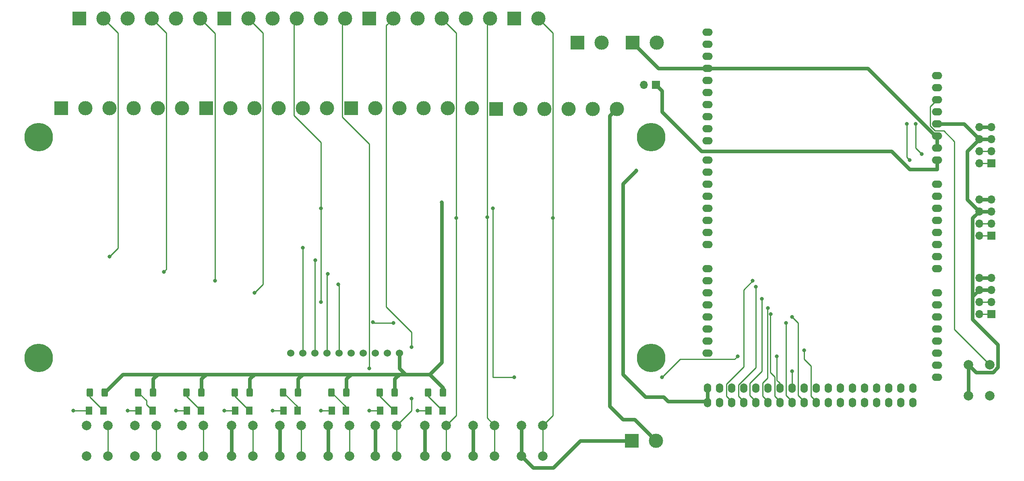
<source format=gtl>
%TF.GenerationSoftware,KiCad,Pcbnew,(6.0.9)*%
%TF.CreationDate,2022-11-08T23:38:06-07:00*%
%TF.ProjectId,gnctr-wack-a-mole-pcb,676e6374-722d-4776-9163-6b2d612d6d6f,rev?*%
%TF.SameCoordinates,Original*%
%TF.FileFunction,Copper,L1,Top*%
%TF.FilePolarity,Positive*%
%FSLAX46Y46*%
G04 Gerber Fmt 4.6, Leading zero omitted, Abs format (unit mm)*
G04 Created by KiCad (PCBNEW (6.0.9)) date 2022-11-08 23:38:06*
%MOMM*%
%LPD*%
G01*
G04 APERTURE LIST*
G04 Aperture macros list*
%AMRoundRect*
0 Rectangle with rounded corners*
0 $1 Rounding radius*
0 $2 $3 $4 $5 $6 $7 $8 $9 X,Y pos of 4 corners*
0 Add a 4 corners polygon primitive as box body*
4,1,4,$2,$3,$4,$5,$6,$7,$8,$9,$2,$3,0*
0 Add four circle primitives for the rounded corners*
1,1,$1+$1,$2,$3*
1,1,$1+$1,$4,$5*
1,1,$1+$1,$6,$7*
1,1,$1+$1,$8,$9*
0 Add four rect primitives between the rounded corners*
20,1,$1+$1,$2,$3,$4,$5,0*
20,1,$1+$1,$4,$5,$6,$7,0*
20,1,$1+$1,$6,$7,$8,$9,0*
20,1,$1+$1,$8,$9,$2,$3,0*%
G04 Aperture macros list end*
%TA.AperFunction,ComponentPad*%
%ADD10C,2.000000*%
%TD*%
%TA.AperFunction,ComponentPad*%
%ADD11R,3.000000X3.000000*%
%TD*%
%TA.AperFunction,ComponentPad*%
%ADD12C,3.000000*%
%TD*%
%TA.AperFunction,SMDPad,CuDef*%
%ADD13RoundRect,0.250001X-0.462499X-0.624999X0.462499X-0.624999X0.462499X0.624999X-0.462499X0.624999X0*%
%TD*%
%TA.AperFunction,SMDPad,CuDef*%
%ADD14RoundRect,0.250000X-0.400000X-0.625000X0.400000X-0.625000X0.400000X0.625000X-0.400000X0.625000X0*%
%TD*%
%TA.AperFunction,ComponentPad*%
%ADD15R,1.700000X1.700000*%
%TD*%
%TA.AperFunction,ComponentPad*%
%ADD16O,1.700000X1.700000*%
%TD*%
%TA.AperFunction,WasherPad*%
%ADD17C,6.000000*%
%TD*%
%TA.AperFunction,ComponentPad*%
%ADD18C,1.524000*%
%TD*%
%TA.AperFunction,ComponentPad*%
%ADD19O,2.197100X1.524000*%
%TD*%
%TA.AperFunction,ComponentPad*%
%ADD20O,1.536700X1.998980*%
%TD*%
%TA.AperFunction,ComponentPad*%
%ADD21O,1.539240X1.998980*%
%TD*%
%TA.AperFunction,ComponentPad*%
%ADD22O,2.199640X1.524000*%
%TD*%
%TA.AperFunction,ViaPad*%
%ADD23C,0.800000*%
%TD*%
%TA.AperFunction,Conductor*%
%ADD24C,0.750000*%
%TD*%
%TA.AperFunction,Conductor*%
%ADD25C,0.250000*%
%TD*%
G04 APERTURE END LIST*
D10*
%TO.P,SW11,1,1*%
%TO.N,+5V*%
X241590000Y-132790000D03*
X241590000Y-126290000D03*
%TO.P,SW11,2,2*%
%TO.N,Net-(J1-Pad3)*%
X246090000Y-132790000D03*
X246090000Y-126290000D03*
%TD*%
D11*
%TO.P,J2,1,Pin_1*%
%TO.N,GND*%
X54610000Y-53340000D03*
D12*
%TO.P,J2,2,Pin_2*%
%TO.N,Net-(SW1-Pad2)*%
X59690000Y-53340000D03*
%TO.P,J2,3,Pin_3*%
%TO.N,GND*%
X64770000Y-53340000D03*
%TO.P,J2,4,Pin_4*%
%TO.N,Net-(J1-Pad39)*%
X69850000Y-53340000D03*
%TO.P,J2,5,Pin_5*%
%TO.N,GND*%
X74930000Y-53340000D03*
%TO.P,J2,6,Pin_6*%
%TO.N,Net-(J1-Pad38)*%
X80010000Y-53340000D03*
%TD*%
D10*
%TO.P,SW2,1,1*%
%TO.N,GND*%
X66330000Y-139020000D03*
X66330000Y-145520000D03*
%TO.P,SW2,2,2*%
%TO.N,Net-(J1-Pad39)*%
X70830000Y-139020000D03*
X70830000Y-145520000D03*
%TD*%
D13*
%TO.P,D3,1,K*%
%TO.N,Net-(J1-Pad56)*%
X77252500Y-135890000D03*
%TO.P,D3,2,A*%
%TO.N,Net-(R3-Pad1)*%
X80227500Y-135890000D03*
%TD*%
D11*
%TO.P,J17,1,Pin_1*%
%TO.N,+12V*%
X50800000Y-72295000D03*
D12*
%TO.P,J17,2,Pin_2*%
X55880000Y-72295000D03*
%TO.P,J17,3,Pin_3*%
X60960000Y-72295000D03*
%TO.P,J17,4,Pin_4*%
X66040000Y-72295000D03*
%TO.P,J17,5,Pin_5*%
X71120000Y-72295000D03*
%TO.P,J17,6,Pin_6*%
X76200000Y-72295000D03*
%TD*%
D14*
%TO.P,R2,1*%
%TO.N,Net-(R2-Pad1)*%
X67030000Y-132080000D03*
%TO.P,R2,2*%
%TO.N,+5V*%
X70130000Y-132080000D03*
%TD*%
%TO.P,R4,1*%
%TO.N,Net-(R4-Pad1)*%
X87350000Y-132080000D03*
%TO.P,R4,2*%
%TO.N,+5V*%
X90450000Y-132080000D03*
%TD*%
D10*
%TO.P,SW7,1,1*%
%TO.N,GND*%
X116840000Y-145520000D03*
X116840000Y-139020000D03*
%TO.P,SW7,2,2*%
%TO.N,Net-(SW7-Pad2)*%
X121340000Y-145520000D03*
X121340000Y-139020000D03*
%TD*%
D15*
%TO.P,J8,1,Pin_1*%
%TO.N,SEG_CLK3*%
X246380000Y-115570000D03*
D16*
%TO.P,J8,2,Pin_2*%
X243840000Y-115570000D03*
%TO.P,J8,3,Pin_3*%
%TO.N,SEG_DIO3*%
X246380000Y-113030000D03*
%TO.P,J8,4,Pin_4*%
X243840000Y-113030000D03*
%TO.P,J8,5,Pin_5*%
%TO.N,+5V*%
X246380000Y-110490000D03*
%TO.P,J8,6,Pin_6*%
X243840000Y-110490000D03*
%TO.P,J8,7,Pin_7*%
%TO.N,GND*%
X246380000Y-107950000D03*
%TO.P,J8,8,Pin_8*%
X243840000Y-107950000D03*
%TD*%
D11*
%TO.P,J3,1,Pin_1*%
%TO.N,+12V*%
X142240000Y-72390000D03*
D12*
%TO.P,J3,2,Pin_2*%
X147320000Y-72390000D03*
%TO.P,J3,3,Pin_3*%
X152400000Y-72390000D03*
%TO.P,J3,4,Pin_4*%
X157480000Y-72390000D03*
%TO.P,J3,5,Pin_5*%
X162560000Y-72390000D03*
%TO.P,J3,6,Pin_6*%
X167640000Y-72390000D03*
%TD*%
D14*
%TO.P,R8,1*%
%TO.N,Net-(R8-Pad1)*%
X127990000Y-132080000D03*
%TO.P,R8,2*%
%TO.N,+5V*%
X131090000Y-132080000D03*
%TD*%
%TO.P,R1,1*%
%TO.N,Net-(R1-Pad1)*%
X56870000Y-132080000D03*
%TO.P,R1,2*%
%TO.N,+5V*%
X59970000Y-132080000D03*
%TD*%
D10*
%TO.P,SW9,1,1*%
%TO.N,GND*%
X137450000Y-145520000D03*
X137450000Y-139020000D03*
%TO.P,SW9,2,2*%
%TO.N,Net-(J1-Pad32)*%
X141950000Y-145520000D03*
X141950000Y-139020000D03*
%TD*%
%TO.P,SW3,1,1*%
%TO.N,GND*%
X76200000Y-145520000D03*
X76200000Y-139020000D03*
%TO.P,SW3,2,2*%
%TO.N,Net-(J1-Pad38)*%
X80700000Y-139020000D03*
X80700000Y-145520000D03*
%TD*%
D11*
%TO.P,J4,1,Pin_1*%
%TO.N,GND*%
X159385000Y-58420000D03*
D12*
%TO.P,J4,2,Pin_2*%
%TO.N,+5V*%
X164465000Y-58420000D03*
%TD*%
D14*
%TO.P,R7,1*%
%TO.N,Net-(R7-Pad1)*%
X117830000Y-132080000D03*
%TO.P,R7,2*%
%TO.N,+5V*%
X120930000Y-132080000D03*
%TD*%
D13*
%TO.P,D4,1,K*%
%TO.N,Net-(J1-Pad55)*%
X87412500Y-135890000D03*
%TO.P,D4,2,A*%
%TO.N,Net-(R4-Pad1)*%
X90387500Y-135890000D03*
%TD*%
%TO.P,D2,1,K*%
%TO.N,Net-(J1-Pad57)*%
X67092500Y-135890000D03*
%TO.P,D2,2,A*%
%TO.N,Net-(R2-Pad1)*%
X70067500Y-135890000D03*
%TD*%
%TO.P,D6,1,K*%
%TO.N,Net-(J1-Pad53)*%
X107732500Y-135890000D03*
%TO.P,D6,2,A*%
%TO.N,Net-(R6-Pad1)*%
X110707500Y-135890000D03*
%TD*%
D11*
%TO.P,J16,1,Pin_1*%
%TO.N,+12V*%
X81280000Y-72295000D03*
D12*
%TO.P,J16,2,Pin_2*%
X86360000Y-72295000D03*
%TO.P,J16,3,Pin_3*%
X91440000Y-72295000D03*
%TO.P,J16,4,Pin_4*%
X96520000Y-72295000D03*
%TO.P,J16,5,Pin_5*%
X101600000Y-72295000D03*
%TO.P,J16,6,Pin_6*%
X106680000Y-72295000D03*
%TD*%
D11*
%TO.P,J9,1,Pin_1*%
%TO.N,GND*%
X170985000Y-58450000D03*
D12*
%TO.P,J9,2,Pin_2*%
%TO.N,+12V*%
X176065000Y-58450000D03*
%TD*%
D11*
%TO.P,J13,1,Pin_1*%
%TO.N,GND*%
X146050000Y-53340000D03*
D12*
%TO.P,J13,2,Pin_2*%
%TO.N,Net-(J1-Pad31)*%
X151130000Y-53340000D03*
%TD*%
D10*
%TO.P,SW6,1,1*%
%TO.N,GND*%
X106970000Y-145520000D03*
X106970000Y-139020000D03*
%TO.P,SW6,2,2*%
%TO.N,Net-(SW6-Pad2)*%
X111470000Y-145520000D03*
X111470000Y-139020000D03*
%TD*%
%TO.P,SW10,1,1*%
%TO.N,GND*%
X147610000Y-139020000D03*
X147610000Y-145520000D03*
%TO.P,SW10,2,2*%
%TO.N,Net-(J1-Pad31)*%
X152110000Y-145520000D03*
X152110000Y-139020000D03*
%TD*%
D14*
%TO.P,R5,1*%
%TO.N,Net-(R5-Pad1)*%
X97510000Y-132080000D03*
%TO.P,R5,2*%
%TO.N,+5V*%
X100610000Y-132080000D03*
%TD*%
D15*
%TO.P,JP1,1,A*%
%TO.N,Net-(J1-Pad8)*%
X175895000Y-67310000D03*
D16*
%TO.P,JP1,2,B*%
%TO.N,+12V*%
X173355000Y-67310000D03*
%TD*%
D11*
%TO.P,J10,1,Pin_1*%
%TO.N,GND*%
X170815000Y-142270000D03*
D12*
%TO.P,J10,2,Pin_2*%
%TO.N,+12V*%
X175895000Y-142270000D03*
%TD*%
D10*
%TO.P,SW4,1,1*%
%TO.N,GND*%
X86650000Y-139020000D03*
X86650000Y-145520000D03*
%TO.P,SW4,2,2*%
%TO.N,Net-(J1-Pad37)*%
X91150000Y-145520000D03*
X91150000Y-139020000D03*
%TD*%
D14*
%TO.P,R3,1*%
%TO.N,Net-(R3-Pad1)*%
X77190000Y-132080000D03*
%TO.P,R3,2*%
%TO.N,+5V*%
X80290000Y-132080000D03*
%TD*%
D13*
%TO.P,D1,1,K*%
%TO.N,Net-(J1-Pad58)*%
X56715000Y-135890000D03*
%TO.P,D1,2,A*%
%TO.N,Net-(R1-Pad1)*%
X59690000Y-135890000D03*
%TD*%
D11*
%TO.P,J14,1,Pin_1*%
%TO.N,+12V*%
X111760000Y-72295000D03*
D12*
%TO.P,J14,2,Pin_2*%
X116840000Y-72295000D03*
%TO.P,J14,3,Pin_3*%
X121920000Y-72295000D03*
%TO.P,J14,4,Pin_4*%
X127000000Y-72295000D03*
%TO.P,J14,5,Pin_5*%
X132080000Y-72295000D03*
%TO.P,J14,6,Pin_6*%
X137160000Y-72295000D03*
%TD*%
D10*
%TO.P,SW5,1,1*%
%TO.N,GND*%
X96810000Y-145520000D03*
X96810000Y-139020000D03*
%TO.P,SW5,2,2*%
%TO.N,Net-(J1-Pad36)*%
X101310000Y-145520000D03*
X101310000Y-139020000D03*
%TD*%
D17*
%TO.P,U1,*%
%TO.N,*%
X46090000Y-78350000D03*
X174890000Y-124850000D03*
X174890000Y-78350000D03*
X46090000Y-124850000D03*
D18*
%TO.P,U1,1,GND*%
%TO.N,GND*%
X99060000Y-123800000D03*
%TO.P,U1,2,IN1*%
%TO.N,Net-(J1-Pad58)*%
X101600000Y-123800000D03*
%TO.P,U1,3,IN2*%
%TO.N,Net-(J1-Pad57)*%
X104140000Y-123800000D03*
%TO.P,U1,4,IN3*%
%TO.N,Net-(J1-Pad56)*%
X106680000Y-123800000D03*
%TO.P,U1,5,IN4*%
%TO.N,Net-(J1-Pad55)*%
X109220000Y-123800000D03*
%TO.P,U1,6,IN5*%
%TO.N,Net-(J1-Pad54)*%
X111760000Y-123800000D03*
%TO.P,U1,7,IN6*%
%TO.N,Net-(J1-Pad53)*%
X114300000Y-123800000D03*
%TO.P,U1,8,IN7*%
%TO.N,Net-(J1-Pad52)*%
X116840000Y-123800000D03*
%TO.P,U1,9,IN8*%
%TO.N,Net-(J1-Pad51)*%
X119380000Y-123800000D03*
%TO.P,U1,10,VCC*%
%TO.N,+5V*%
X121920000Y-123800000D03*
%TD*%
D14*
%TO.P,R6,1*%
%TO.N,Net-(R6-Pad1)*%
X107670000Y-132080000D03*
%TO.P,R6,2*%
%TO.N,+5V*%
X110770000Y-132080000D03*
%TD*%
D13*
%TO.P,D7,1,K*%
%TO.N,Net-(J1-Pad52)*%
X117892500Y-135890000D03*
%TO.P,D7,2,A*%
%TO.N,Net-(R7-Pad1)*%
X120867500Y-135890000D03*
%TD*%
%TO.P,D5,1,K*%
%TO.N,Net-(J1-Pad54)*%
X97572500Y-135890000D03*
%TO.P,D5,2,A*%
%TO.N,Net-(R5-Pad1)*%
X100547500Y-135890000D03*
%TD*%
D15*
%TO.P,J6,1,Pin_1*%
%TO.N,SEG_CLK1*%
X246380000Y-83820000D03*
D16*
%TO.P,J6,2,Pin_2*%
X243840000Y-83820000D03*
%TO.P,J6,3,Pin_3*%
%TO.N,SEG_DIO1*%
X246380000Y-81280000D03*
%TO.P,J6,4,Pin_4*%
X243840000Y-81280000D03*
%TO.P,J6,5,Pin_5*%
%TO.N,+5V*%
X246380000Y-78740000D03*
%TO.P,J6,6,Pin_6*%
X243840000Y-78740000D03*
%TO.P,J6,7,Pin_7*%
%TO.N,GND*%
X246380000Y-76200000D03*
%TO.P,J6,8,Pin_8*%
X243840000Y-76200000D03*
%TD*%
D13*
%TO.P,D8,1,K*%
%TO.N,Net-(J1-Pad51)*%
X128052500Y-135890000D03*
%TO.P,D8,2,A*%
%TO.N,Net-(R8-Pad1)*%
X131027500Y-135890000D03*
%TD*%
D11*
%TO.P,J11,1,Pin_1*%
%TO.N,GND*%
X85090000Y-53340000D03*
D12*
%TO.P,J11,2,Pin_2*%
%TO.N,Net-(J1-Pad37)*%
X90170000Y-53340000D03*
%TO.P,J11,3,Pin_3*%
%TO.N,GND*%
X95250000Y-53340000D03*
%TO.P,J11,4,Pin_4*%
%TO.N,Net-(J1-Pad36)*%
X100330000Y-53340000D03*
%TO.P,J11,5,Pin_5*%
%TO.N,GND*%
X105410000Y-53340000D03*
%TO.P,J11,6,Pin_6*%
%TO.N,Net-(SW6-Pad2)*%
X110490000Y-53340000D03*
%TD*%
D10*
%TO.P,SW8,1,1*%
%TO.N,GND*%
X127290000Y-145520000D03*
X127290000Y-139020000D03*
%TO.P,SW8,2,2*%
%TO.N,Net-(SW8-Pad2)*%
X131790000Y-145520000D03*
X131790000Y-139020000D03*
%TD*%
D15*
%TO.P,J7,1,Pin_1*%
%TO.N,SEG_CLK2*%
X246380000Y-99060000D03*
D16*
%TO.P,J7,2,Pin_2*%
X243840000Y-99060000D03*
%TO.P,J7,3,Pin_3*%
%TO.N,SEG_DIO2*%
X246380000Y-96520000D03*
%TO.P,J7,4,Pin_4*%
X243840000Y-96520000D03*
%TO.P,J7,5,Pin_5*%
%TO.N,+5V*%
X246380000Y-93980000D03*
%TO.P,J7,6,Pin_6*%
X243840000Y-93980000D03*
%TO.P,J7,7,Pin_7*%
%TO.N,GND*%
X246380000Y-91440000D03*
%TO.P,J7,8,Pin_8*%
X243840000Y-91440000D03*
%TD*%
D10*
%TO.P,SW1,1,1*%
%TO.N,GND*%
X56170000Y-139020000D03*
X56170000Y-145520000D03*
%TO.P,SW1,2,2*%
%TO.N,Net-(SW1-Pad2)*%
X60670000Y-139020000D03*
X60670000Y-145520000D03*
%TD*%
D11*
%TO.P,J12,1,Pin_1*%
%TO.N,GND*%
X115570000Y-53340000D03*
D12*
%TO.P,J12,2,Pin_2*%
%TO.N,Net-(SW7-Pad2)*%
X120650000Y-53340000D03*
%TO.P,J12,3,Pin_3*%
%TO.N,GND*%
X125730000Y-53340000D03*
%TO.P,J12,4,Pin_4*%
%TO.N,Net-(SW8-Pad2)*%
X130810000Y-53340000D03*
%TO.P,J12,5,Pin_5*%
%TO.N,GND*%
X135890000Y-53340000D03*
%TO.P,J12,6,Pin_6*%
%TO.N,Net-(J1-Pad32)*%
X140970000Y-53340000D03*
%TD*%
D19*
%TO.P,J1,86,SCL1/TWCK0*%
%TO.N,unconnected-(J1-Pad86)*%
X186690000Y-56261000D03*
%TO.P,J1,85,SDA1/TWD0*%
%TO.N,unconnected-(J1-Pad85)*%
X186690000Y-58801000D03*
%TO.P,J1,84,AREF*%
%TO.N,unconnected-(J1-Pad84)*%
X186690000Y-61341000D03*
%TO.P,J1,83,GND*%
%TO.N,GND*%
X186690000Y-63881000D03*
%TO.P,J1,82,PWM13/13*%
%TO.N,unconnected-(J1-Pad82)*%
X186690000Y-66421000D03*
%TO.P,J1,81,PWM12/12*%
%TO.N,SEG_DIO3*%
X186690000Y-68961000D03*
%TO.P,J1,80,PWM11/11*%
%TO.N,SEG_CLK3*%
X186690000Y-71501000D03*
%TO.P,J1,79,SS0/PWM10/ETH-CS/10*%
%TO.N,SEG_DIO2*%
X186690000Y-74041000D03*
%TO.P,J1,78,PWM9/9*%
%TO.N,SEG_CLK2*%
X186690000Y-76581000D03*
%TO.P,J1,77,PWM8/8*%
%TO.N,SEG_DIO1*%
X186690000Y-79121000D03*
%TO.P,J1,76,PWM7/7*%
%TO.N,SEG_CLK1*%
X186690000Y-83185000D03*
%TO.P,J1,75,PWM6/6*%
%TO.N,unconnected-(J1-Pad75)*%
X186690000Y-85725000D03*
%TO.P,J1,74,PWM5/5*%
%TO.N,unconnected-(J1-Pad74)*%
X186690000Y-88265000D03*
%TO.P,J1,73,SS1/PWM4/SD-CS/4*%
%TO.N,unconnected-(J1-Pad73)*%
X186690000Y-90805000D03*
%TO.P,J1,72,PWM3/3*%
%TO.N,unconnected-(J1-Pad72)*%
X186690000Y-93345000D03*
%TO.P,J1,71,PWM2/2*%
%TO.N,unconnected-(J1-Pad71)*%
X186690000Y-95885000D03*
%TO.P,J1,70,TX/UTXD/1*%
%TO.N,unconnected-(J1-Pad70)*%
X186690000Y-98425000D03*
%TO.P,J1,69,RX/URXD/0*%
%TO.N,unconnected-(J1-Pad69)*%
X186690000Y-100965000D03*
%TO.P,J1,68,TXD0/14*%
%TO.N,unconnected-(J1-Pad68)*%
X186690000Y-106045000D03*
%TO.P,J1,67,RXD0/15*%
%TO.N,unconnected-(J1-Pad67)*%
X186690000Y-108585000D03*
%TO.P,J1,66,TXD1/16*%
%TO.N,unconnected-(J1-Pad66)*%
X186690000Y-111125000D03*
%TO.P,J1,65,RXD1/17*%
%TO.N,unconnected-(J1-Pad65)*%
X186690000Y-113665000D03*
%TO.P,J1,64,TXD2/18*%
%TO.N,unconnected-(J1-Pad64)*%
X186690000Y-116205000D03*
%TO.P,J1,63,RXD2/19*%
%TO.N,unconnected-(J1-Pad63)*%
X186690000Y-118745000D03*
%TO.P,J1,62,SDA0-3/TWD1/20*%
%TO.N,unconnected-(J1-Pad62)*%
X186690000Y-121285000D03*
%TO.P,J1,61,SCL0-3/TWCK1/21*%
%TO.N,unconnected-(J1-Pad61)*%
X186690000Y-123825000D03*
D20*
%TO.P,J1,60,5V*%
%TO.N,+5V*%
X186690000Y-134231380D03*
%TO.P,J1,59,PIN23*%
%TO.N,unconnected-(J1-Pad59)*%
X189230000Y-134231380D03*
%TO.P,J1,58,PIN25*%
%TO.N,Net-(J1-Pad58)*%
X191770000Y-134231380D03*
%TO.P,J1,57,PIN27*%
%TO.N,Net-(J1-Pad57)*%
X194310000Y-134231380D03*
%TO.P,J1,56,PIN29*%
%TO.N,Net-(J1-Pad56)*%
X196850000Y-134231380D03*
%TO.P,J1,55,PIN31*%
%TO.N,Net-(J1-Pad55)*%
X199390000Y-134231380D03*
%TO.P,J1,54,PIN33*%
%TO.N,Net-(J1-Pad54)*%
X201930000Y-134231380D03*
%TO.P,J1,53,PIN35*%
%TO.N,Net-(J1-Pad53)*%
X204470000Y-134231380D03*
%TO.P,J1,52,PIN37*%
%TO.N,Net-(J1-Pad52)*%
X207010000Y-134231380D03*
%TO.P,J1,51,PIN39*%
%TO.N,Net-(J1-Pad51)*%
X209550000Y-134231380D03*
%TO.P,J1,50,PIN41*%
%TO.N,unconnected-(J1-Pad50)*%
X212090000Y-134231380D03*
%TO.P,J1,49,PIN43*%
%TO.N,unconnected-(J1-Pad49)*%
X214630000Y-134231380D03*
%TO.P,J1,48,PIN45*%
%TO.N,unconnected-(J1-Pad48)*%
X217170000Y-134231380D03*
%TO.P,J1,47,PIN47*%
%TO.N,unconnected-(J1-Pad47)*%
X219710000Y-134231380D03*
%TO.P,J1,46,PIN49*%
%TO.N,unconnected-(J1-Pad46)*%
X222250000Y-134231380D03*
%TO.P,J1,45,PIN51*%
%TO.N,unconnected-(J1-Pad45)*%
X224790000Y-134231380D03*
%TO.P,J1,44,CANTX1/IO/PIN53*%
%TO.N,unconnected-(J1-Pad44)*%
X227330000Y-134231380D03*
%TO.P,J1,43,GND*%
%TO.N,unconnected-(J1-Pad43)*%
X229870000Y-134231380D03*
D21*
%TO.P,J1,42,5V*%
%TO.N,+5V*%
X186690000Y-131196080D03*
%TO.P,J1,41,PIN22*%
%TO.N,unconnected-(J1-Pad41)*%
X189230000Y-131196080D03*
%TO.P,J1,40,PIN24*%
%TO.N,Net-(SW1-Pad2)*%
X191770000Y-131196080D03*
%TO.P,J1,39,PIN26*%
%TO.N,Net-(J1-Pad39)*%
X194310000Y-131196080D03*
%TO.P,J1,38,PIN28*%
%TO.N,Net-(J1-Pad38)*%
X196850000Y-131196080D03*
%TO.P,J1,37,PIN30*%
%TO.N,Net-(J1-Pad37)*%
X199390000Y-131196080D03*
%TO.P,J1,36,PIN32*%
%TO.N,Net-(J1-Pad36)*%
X201930000Y-131196080D03*
%TO.P,J1,35,PIN34*%
%TO.N,Net-(SW6-Pad2)*%
X204470000Y-131196080D03*
%TO.P,J1,34,PIN36*%
%TO.N,Net-(SW7-Pad2)*%
X207010000Y-131196080D03*
%TO.P,J1,33,PIN38*%
%TO.N,Net-(SW8-Pad2)*%
X209550000Y-131196080D03*
%TO.P,J1,32,PIN40*%
%TO.N,Net-(J1-Pad32)*%
X212090000Y-131196080D03*
%TO.P,J1,31,PIN42*%
%TO.N,Net-(J1-Pad31)*%
X214630000Y-131196080D03*
%TO.P,J1,30,PIN44*%
%TO.N,unconnected-(J1-Pad30)*%
X217170000Y-131196080D03*
%TO.P,J1,29,PIN46*%
%TO.N,unconnected-(J1-Pad29)*%
X219710000Y-131196080D03*
%TO.P,J1,28,PIN48*%
%TO.N,unconnected-(J1-Pad28)*%
X222250000Y-131196080D03*
%TO.P,J1,27,PIN50*%
%TO.N,unconnected-(J1-Pad27)*%
X224790000Y-131196080D03*
%TO.P,J1,26,PIN52/AD14/RXD3*%
%TO.N,unconnected-(J1-Pad26)*%
X227330000Y-131196080D03*
%TO.P,J1,25,GND*%
%TO.N,unconnected-(J1-Pad25)*%
X229870000Y-131196080D03*
D19*
%TO.P,J1,24,CANTX1*%
%TO.N,unconnected-(J1-Pad24)*%
X234950000Y-128905000D03*
%TO.P,J1,23,CANRX0*%
%TO.N,unconnected-(J1-Pad23)*%
X234950000Y-126365000D03*
%TO.P,J1,22,DAC1*%
%TO.N,unconnected-(J1-Pad22)*%
X234950000Y-123825000D03*
%TO.P,J1,21,DAC0/CANRX1*%
%TO.N,unconnected-(J1-Pad21)*%
X234950000Y-121285000D03*
%TO.P,J1,20,AD11/TXD3*%
%TO.N,unconnected-(J1-Pad20)*%
X234950000Y-118745000D03*
D22*
%TO.P,J1,19,AD10*%
%TO.N,unconnected-(J1-Pad19)*%
X234950000Y-116205000D03*
%TO.P,J1,18,AD9*%
%TO.N,unconnected-(J1-Pad18)*%
X234950000Y-113665000D03*
%TO.P,J1,17,AD8*%
%TO.N,unconnected-(J1-Pad17)*%
X234950000Y-111125000D03*
%TO.P,J1,16,AD7*%
%TO.N,unconnected-(J1-Pad16)*%
X234950000Y-106045000D03*
%TO.P,J1,15,AD6*%
%TO.N,unconnected-(J1-Pad15)*%
X234950000Y-103505000D03*
%TO.P,J1,14,AD5*%
%TO.N,unconnected-(J1-Pad14)*%
X234950000Y-100965000D03*
%TO.P,J1,13,AD4*%
%TO.N,unconnected-(J1-Pad13)*%
X234950000Y-98425000D03*
%TO.P,J1,12,AD3*%
%TO.N,unconnected-(J1-Pad12)*%
X234950000Y-95885000D03*
%TO.P,J1,11,AD2*%
%TO.N,unconnected-(J1-Pad11)*%
X234950000Y-93345000D03*
%TO.P,J1,10,AD1*%
%TO.N,unconnected-(J1-Pad10)*%
X234950000Y-90805000D03*
%TO.P,J1,9,AD0*%
%TO.N,unconnected-(J1-Pad9)*%
X234950000Y-88265000D03*
%TO.P,J1,8,VIN*%
%TO.N,Net-(J1-Pad8)*%
X234950000Y-83185000D03*
%TO.P,J1,7,GND*%
%TO.N,GND*%
X234950000Y-80645000D03*
%TO.P,J1,6,GND*%
X234950000Y-78105000D03*
%TO.P,J1,5,5V*%
%TO.N,+5V*%
X234950000Y-75565000D03*
%TO.P,J1,4,3.3V*%
%TO.N,unconnected-(J1-Pad4)*%
X234950000Y-73025000D03*
%TO.P,J1,3,RESET*%
%TO.N,Net-(J1-Pad3)*%
X234950000Y-70485000D03*
%TO.P,J1,2,IOREF*%
%TO.N,unconnected-(J1-Pad2)*%
X234950000Y-67945000D03*
%TO.P,J1,1*%
%TO.N,N/C*%
X234950000Y-65405000D03*
%TD*%
D23*
%TO.N,Net-(J1-Pad52)*%
X204470000Y-116205000D03*
%TO.N,Net-(J1-Pad53)*%
X116375000Y-117305000D03*
X120650000Y-117475000D03*
%TO.N,Net-(J1-Pad36)*%
X193040000Y-124460000D03*
%TO.N,Net-(J1-Pad58)*%
X101600000Y-101600000D03*
X53340000Y-135890000D03*
X196215000Y-108585000D03*
%TO.N,Net-(J1-Pad57)*%
X196850000Y-109855000D03*
X104241000Y-104241000D03*
X64770000Y-135890000D03*
%TO.N,Net-(J1-Pad56)*%
X74930000Y-135890000D03*
X198120000Y-112395000D03*
X106848000Y-107147000D03*
%TO.N,Net-(J1-Pad55)*%
X85090000Y-135890000D03*
X109119000Y-109321000D03*
X199390000Y-114300000D03*
%TO.N,Net-(J1-Pad54)*%
X200025000Y-115570000D03*
X95250000Y-135890000D03*
%TO.N,Net-(J1-Pad53)*%
X105410000Y-135890000D03*
X203200000Y-117475000D03*
%TO.N,Net-(J1-Pad52)*%
X115570000Y-135890000D03*
%TO.N,Net-(J1-Pad51)*%
X125730000Y-135890000D03*
X207010000Y-123190000D03*
%TO.N,+5V*%
X130810000Y-92075000D03*
X171734000Y-85374000D03*
%TO.N,Net-(J1-Pad31)*%
X154225000Y-95330000D03*
%TO.N,Net-(J1-Pad32)*%
X140415000Y-95170000D03*
%TO.N,Net-(J1-Pad36)*%
X105410000Y-113030000D03*
X141605000Y-93345000D03*
X105410000Y-93345000D03*
X201295000Y-124460000D03*
X177165000Y-128905000D03*
X146050000Y-128905000D03*
%TO.N,Net-(J1-Pad37)*%
X91440000Y-111125000D03*
%TO.N,Net-(J1-Pad38)*%
X83185000Y-108585000D03*
%TO.N,Net-(J1-Pad39)*%
X72390000Y-106680000D03*
%TO.N,SEG_CLK2*%
X229235000Y-83185000D03*
X228600000Y-75565000D03*
%TO.N,SEG_DIO2*%
X231775000Y-81915000D03*
X230505000Y-75565000D03*
%TO.N,Net-(SW1-Pad2)*%
X60960000Y-103505000D03*
%TO.N,Net-(SW6-Pad2)*%
X204470000Y-127635000D03*
X115570000Y-127000000D03*
%TO.N,Net-(SW7-Pad2)*%
X124460000Y-122555000D03*
X124460000Y-133350000D03*
%TO.N,Net-(SW8-Pad2)*%
X133905000Y-95330000D03*
%TD*%
D24*
%TO.N,GND*%
X220400980Y-63881000D02*
X234152490Y-77632510D01*
X186690000Y-63881000D02*
X220400980Y-63881000D01*
D25*
%TO.N,Net-(J1-Pad36)*%
X180975000Y-125095000D02*
X177165000Y-128905000D01*
X192405000Y-125095000D02*
X180975000Y-125095000D01*
X193040000Y-124460000D02*
X192405000Y-125095000D01*
D24*
%TO.N,GND*%
X176416000Y-63881000D02*
X170985000Y-58450000D01*
X186690000Y-63881000D02*
X176416000Y-63881000D01*
%TO.N,Net-(J1-Pad8)*%
X185420000Y-81280000D02*
X177165000Y-73025000D01*
X225425000Y-81280000D02*
X185420000Y-81280000D01*
X229235000Y-85090000D02*
X225425000Y-81280000D01*
X234950000Y-85090000D02*
X229235000Y-85090000D01*
X177165000Y-73025000D02*
X177165000Y-68580000D01*
X234950000Y-83185000D02*
X234950000Y-85090000D01*
X177165000Y-68580000D02*
X175895000Y-67310000D01*
D25*
%TO.N,Net-(J1-Pad52)*%
X205740000Y-117475000D02*
X204470000Y-116205000D01*
X205740000Y-125730000D02*
X205740000Y-117475000D01*
%TO.N,Net-(J1-Pad53)*%
X116545000Y-117475000D02*
X116375000Y-117305000D01*
X120650000Y-117475000D02*
X116545000Y-117475000D01*
%TO.N,Net-(J1-Pad54)*%
X199935000Y-127876590D02*
X200835380Y-128776970D01*
X199935000Y-115660000D02*
X199935000Y-127876590D01*
X200835380Y-132890380D02*
X201930000Y-133985000D01*
X200025000Y-115570000D02*
X199935000Y-115660000D01*
X200835380Y-128776970D02*
X200835380Y-132890380D01*
%TO.N,Net-(J1-Pad53)*%
X203200000Y-117475000D02*
X203200000Y-132715000D01*
X203200000Y-132715000D02*
X204470000Y-133985000D01*
%TO.N,Net-(J1-Pad51)*%
X207010000Y-123190000D02*
X207010000Y-125095000D01*
X207010000Y-125095000D02*
X208455380Y-126540380D01*
X208455380Y-126540380D02*
X208455380Y-132890380D01*
X208455380Y-132890380D02*
X209550000Y-133985000D01*
D24*
%TO.N,+5V*%
X178435000Y-133985000D02*
X177482500Y-133032500D01*
X186690000Y-133985000D02*
X178435000Y-133985000D01*
D25*
%TO.N,Net-(J1-Pad3)*%
X238652500Y-79267500D02*
X238652500Y-118852500D01*
X236403000Y-77018000D02*
X238652500Y-79267500D01*
X238652500Y-118852500D02*
X246090000Y-126290000D01*
X234527930Y-77018000D02*
X236403000Y-77018000D01*
X233525180Y-76015250D02*
X234527930Y-77018000D01*
X233525180Y-71909820D02*
X233525180Y-76015250D01*
X234950000Y-70485000D02*
X233525180Y-71909820D01*
D24*
%TO.N,+5V*%
X240665000Y-75565000D02*
X243840000Y-78740000D01*
X234950000Y-75565000D02*
X240665000Y-75565000D01*
D25*
%TO.N,Net-(R1-Pad1)*%
X56870000Y-133070000D02*
X56870000Y-132080000D01*
X59690000Y-135890000D02*
X56870000Y-133070000D01*
%TO.N,Net-(J1-Pad58)*%
X190675380Y-130350380D02*
X190675380Y-132890380D01*
X101600000Y-123800000D02*
X101600000Y-101600000D01*
X190675380Y-132890380D02*
X191770000Y-133985000D01*
X194310000Y-126715760D02*
X190675380Y-130350380D01*
X194310000Y-110490000D02*
X194310000Y-126715760D01*
X196215000Y-108585000D02*
X194310000Y-110490000D01*
X56715000Y-135890000D02*
X53340000Y-135890000D01*
%TO.N,Net-(R2-Pad1)*%
X70067500Y-135890000D02*
X68800000Y-134622500D01*
X68800000Y-133850000D02*
X67030000Y-132080000D01*
X68800000Y-134622500D02*
X68800000Y-133850000D01*
%TO.N,Net-(J1-Pad57)*%
X104140000Y-104342000D02*
X104241000Y-104241000D01*
X104140000Y-123800000D02*
X104140000Y-104342000D01*
X193215380Y-132890380D02*
X194310000Y-133985000D01*
X193215380Y-130512804D02*
X193215380Y-132890380D01*
X67092500Y-135890000D02*
X64770000Y-135890000D01*
X196850000Y-109855000D02*
X196850000Y-126878184D01*
X196850000Y-126878184D02*
X193215380Y-130512804D01*
%TO.N,Net-(R3-Pad1)*%
X77190000Y-132852500D02*
X77190000Y-132080000D01*
X80227500Y-135890000D02*
X77190000Y-132852500D01*
%TO.N,Net-(J1-Pad56)*%
X198120000Y-127635000D02*
X195580000Y-130175000D01*
X195580000Y-132715000D02*
X196850000Y-133985000D01*
X198120000Y-112395000D02*
X198120000Y-127635000D01*
X77252500Y-135890000D02*
X74930000Y-135890000D01*
X106680000Y-123800000D02*
X106680000Y-107315000D01*
X106680000Y-107315000D02*
X106848000Y-107147000D01*
X195580000Y-130175000D02*
X195580000Y-132715000D01*
%TO.N,Net-(R4-Pad1)*%
X90387500Y-135890000D02*
X87350000Y-132852500D01*
X87350000Y-132852500D02*
X87350000Y-132080000D01*
%TO.N,Net-(J1-Pad55)*%
X109119000Y-109321000D02*
X109220000Y-109422000D01*
X199390000Y-114300000D02*
X199300000Y-114390000D01*
X199300000Y-129089620D02*
X198295380Y-130094240D01*
X199300000Y-114390000D02*
X199300000Y-129089620D01*
X87412500Y-135890000D02*
X85090000Y-135890000D01*
X109220000Y-109422000D02*
X109220000Y-123800000D01*
X198295380Y-130094240D02*
X198295380Y-132890380D01*
X198295380Y-132890380D02*
X199390000Y-133985000D01*
%TO.N,Net-(R5-Pad1)*%
X100547500Y-135890000D02*
X100547500Y-135117500D01*
X100547500Y-135117500D02*
X97510000Y-132080000D01*
%TO.N,Net-(J1-Pad54)*%
X97572500Y-135890000D02*
X95250000Y-135890000D01*
%TO.N,Net-(R6-Pad1)*%
X110707500Y-135117500D02*
X107670000Y-132080000D01*
X110707500Y-135890000D02*
X110707500Y-135117500D01*
%TO.N,Net-(J1-Pad53)*%
X107732500Y-135890000D02*
X105410000Y-135890000D01*
%TO.N,Net-(R7-Pad1)*%
X117830000Y-132852500D02*
X117830000Y-132080000D01*
X120867500Y-135890000D02*
X117830000Y-132852500D01*
%TO.N,Net-(J1-Pad52)*%
X205740000Y-125730000D02*
X205740000Y-132715000D01*
X117892500Y-135890000D02*
X115570000Y-135890000D01*
X205740000Y-132715000D02*
X207010000Y-133985000D01*
%TO.N,Net-(R8-Pad1)*%
X127990000Y-132852500D02*
X127990000Y-132080000D01*
X131027500Y-135890000D02*
X127990000Y-132852500D01*
%TO.N,Net-(J1-Pad51)*%
X128052500Y-135890000D02*
X125730000Y-135890000D01*
D24*
%TO.N,+5V*%
X121920000Y-128270000D02*
X123190000Y-128270000D01*
X243840000Y-93980000D02*
X246380000Y-93980000D01*
X177482500Y-133032500D02*
X173672500Y-133032500D01*
X128270000Y-128270000D02*
X131090000Y-131090000D01*
X173672500Y-133032500D02*
X168910000Y-128270000D01*
X242415000Y-111915000D02*
X243840000Y-110490000D01*
X90450000Y-132080000D02*
X90450000Y-129260000D01*
X247805000Y-126802387D02*
X247805000Y-122075000D01*
X70130000Y-132080000D02*
X70130000Y-129260000D01*
X241590000Y-126290000D02*
X241590000Y-132790000D01*
X63780000Y-128270000D02*
X71120000Y-128270000D01*
X80290000Y-129260000D02*
X81280000Y-128270000D01*
X243840000Y-93980000D02*
X241300000Y-91440000D01*
X246742387Y-127865000D02*
X247805000Y-126802387D01*
X168910000Y-128270000D02*
X168910000Y-88198000D01*
X100610000Y-132080000D02*
X100610000Y-129260000D01*
X247805000Y-122075000D02*
X242415000Y-116685000D01*
X242415000Y-111915000D02*
X242415000Y-95405000D01*
X59970000Y-132080000D02*
X63780000Y-128270000D01*
X131090000Y-131090000D02*
X131090000Y-132080000D01*
X246380000Y-78740000D02*
X243840000Y-78740000D01*
X186690000Y-131445000D02*
X186690000Y-133985000D01*
X243165000Y-127865000D02*
X246742387Y-127865000D01*
X100610000Y-129260000D02*
X101600000Y-128270000D01*
X241300000Y-91440000D02*
X241300000Y-81280000D01*
X120930000Y-129260000D02*
X121920000Y-128270000D01*
X111760000Y-128270000D02*
X121920000Y-128270000D01*
X80290000Y-132080000D02*
X80290000Y-129260000D01*
X102870000Y-128270000D02*
X111760000Y-128270000D01*
X121920000Y-123800000D02*
X121920000Y-127000000D01*
X90450000Y-129260000D02*
X91440000Y-128270000D01*
X120930000Y-132080000D02*
X120930000Y-129260000D01*
X241300000Y-81280000D02*
X243840000Y-78740000D01*
X242415000Y-95405000D02*
X243840000Y-93980000D01*
X81280000Y-128270000D02*
X91440000Y-128270000D01*
X91440000Y-128270000D02*
X102870000Y-128270000D01*
X121920000Y-127000000D02*
X123190000Y-128270000D01*
X243840000Y-110490000D02*
X246380000Y-110490000D01*
X71120000Y-128270000D02*
X81280000Y-128270000D01*
X110770000Y-132080000D02*
X110770000Y-129260000D01*
X168910000Y-88198000D02*
X171734000Y-85374000D01*
X128270000Y-128270000D02*
X130810000Y-125730000D01*
X242415000Y-116685000D02*
X242415000Y-111915000D01*
X130810000Y-125730000D02*
X130810000Y-92075000D01*
X123190000Y-128270000D02*
X128270000Y-128270000D01*
X70130000Y-129260000D02*
X71120000Y-128270000D01*
X110770000Y-129260000D02*
X111760000Y-128270000D01*
X241590000Y-126290000D02*
X243165000Y-127865000D01*
%TO.N,GND*%
X137450000Y-139020000D02*
X137450000Y-145520000D01*
X96810000Y-139020000D02*
X96810000Y-145520000D01*
X86650000Y-139020000D02*
X86650000Y-145520000D01*
X154305000Y-147955000D02*
X150045000Y-147955000D01*
X234950000Y-78105000D02*
X234950000Y-80645000D01*
X159990000Y-142270000D02*
X154305000Y-147955000D01*
X243840000Y-107950000D02*
X246380000Y-107950000D01*
X243840000Y-76200000D02*
X246380000Y-76200000D01*
X127290000Y-139020000D02*
X127290000Y-145520000D01*
X116840000Y-139020000D02*
X116840000Y-145520000D01*
X106970000Y-139020000D02*
X106970000Y-145520000D01*
X170815000Y-142270000D02*
X159990000Y-142270000D01*
X150045000Y-147955000D02*
X147610000Y-145520000D01*
X246380000Y-91440000D02*
X243840000Y-91440000D01*
X147610000Y-139020000D02*
X147610000Y-145520000D01*
D25*
%TO.N,Net-(J1-Pad31)*%
X154225000Y-95330000D02*
X154225000Y-56435000D01*
X154225000Y-56435000D02*
X151130000Y-53340000D01*
X152110000Y-139020000D02*
X154225000Y-136905000D01*
X154225000Y-136905000D02*
X154225000Y-95330000D01*
X152110000Y-139020000D02*
X152110000Y-145520000D01*
%TO.N,Net-(J1-Pad32)*%
X140415000Y-53895000D02*
X140970000Y-53340000D01*
X140415000Y-137485000D02*
X140415000Y-95170000D01*
X140415000Y-95170000D02*
X140415000Y-53895000D01*
X141950000Y-145520000D02*
X141950000Y-139020000D01*
X141950000Y-139020000D02*
X140415000Y-137485000D01*
%TO.N,Net-(J1-Pad36)*%
X105410000Y-113030000D02*
X105410000Y-79455000D01*
X99775000Y-73820000D02*
X99775000Y-53895000D01*
X105410000Y-79455000D02*
X99775000Y-73820000D01*
X101310000Y-139020000D02*
X101310000Y-145520000D01*
X201295000Y-129540000D02*
X201295000Y-124460000D01*
X201595520Y-129840520D02*
X201295000Y-129540000D01*
X146050000Y-128905000D02*
X141605000Y-128905000D01*
X141605000Y-128905000D02*
X141605000Y-93345000D01*
X201930000Y-131445000D02*
X201930000Y-130175000D01*
X99775000Y-53895000D02*
X100330000Y-53340000D01*
X201930000Y-130175000D02*
X201595520Y-129840520D01*
%TO.N,Net-(J1-Pad37)*%
X91150000Y-139020000D02*
X91150000Y-145520000D01*
X93265000Y-56435000D02*
X90170000Y-53340000D01*
X91440000Y-111125000D02*
X93265000Y-109300000D01*
X93265000Y-109300000D02*
X93265000Y-56435000D01*
%TO.N,Net-(J1-Pad38)*%
X80700000Y-139020000D02*
X80700000Y-145520000D01*
X83185000Y-108585000D02*
X83185000Y-56515000D01*
X83185000Y-56515000D02*
X80010000Y-53340000D01*
%TO.N,Net-(J1-Pad39)*%
X70830000Y-139020000D02*
X70830000Y-145520000D01*
X72945000Y-56435000D02*
X69850000Y-53340000D01*
X72390000Y-106680000D02*
X72945000Y-106125000D01*
X72945000Y-106125000D02*
X72945000Y-56435000D01*
%TO.N,SEG_CLK1*%
X246380000Y-83820000D02*
X243840000Y-83820000D01*
%TO.N,SEG_DIO1*%
X243840000Y-81280000D02*
X246380000Y-81280000D01*
%TO.N,SEG_CLK2*%
X228600000Y-75565000D02*
X228600000Y-82550000D01*
X228600000Y-82550000D02*
X229235000Y-83185000D01*
X243840000Y-99060000D02*
X246380000Y-99060000D01*
%TO.N,SEG_DIO2*%
X230505000Y-80645000D02*
X231775000Y-81915000D01*
X230505000Y-75565000D02*
X230505000Y-80645000D01*
X246380000Y-96520000D02*
X243840000Y-96520000D01*
%TO.N,SEG_CLK3*%
X243840000Y-115570000D02*
X246380000Y-115570000D01*
%TO.N,SEG_DIO3*%
X243840000Y-113030000D02*
X246380000Y-113030000D01*
D24*
%TO.N,+12V*%
X168910000Y-137795000D02*
X171420000Y-137795000D01*
X167640000Y-72390000D02*
X166140000Y-73890000D01*
X171420000Y-137795000D02*
X175895000Y-142270000D01*
X166140000Y-73890000D02*
X166140000Y-135025000D01*
X166140000Y-135025000D02*
X168910000Y-137795000D01*
D25*
%TO.N,Net-(SW1-Pad2)*%
X60670000Y-139020000D02*
X60670000Y-145520000D01*
X60960000Y-103505000D02*
X62785000Y-101680000D01*
X62785000Y-56435000D02*
X59690000Y-53340000D01*
X62785000Y-101680000D02*
X62785000Y-56435000D01*
%TO.N,Net-(SW6-Pad2)*%
X110935000Y-75120000D02*
X115570000Y-79755000D01*
X109935000Y-53895000D02*
X110490000Y-53340000D01*
X204470000Y-127635000D02*
X204470000Y-131445000D01*
X111470000Y-139020000D02*
X111470000Y-145520000D01*
X109935000Y-74120000D02*
X109935000Y-53895000D01*
X115570000Y-79755000D02*
X115570000Y-127000000D01*
X110935000Y-75120000D02*
X109935000Y-74120000D01*
%TO.N,Net-(SW7-Pad2)*%
X119150000Y-54840000D02*
X120650000Y-53340000D01*
X119150000Y-114070000D02*
X119150000Y-54840000D01*
X124460000Y-135900000D02*
X121340000Y-139020000D01*
X124460000Y-133350000D02*
X124460000Y-135900000D01*
X124460000Y-119380000D02*
X119150000Y-114070000D01*
X121340000Y-145520000D02*
X121340000Y-139020000D01*
X124460000Y-122555000D02*
X124460000Y-119380000D01*
%TO.N,Net-(SW8-Pad2)*%
X131790000Y-139020000D02*
X133905000Y-136905000D01*
X131790000Y-139020000D02*
X131790000Y-145520000D01*
X133905000Y-136905000D02*
X133905000Y-95330000D01*
X133905000Y-56435000D02*
X133905000Y-95330000D01*
X130810000Y-53340000D02*
X133905000Y-56435000D01*
%TD*%
M02*

</source>
